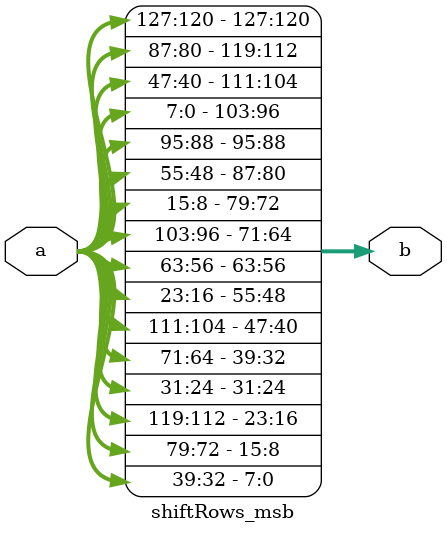
<source format=v>
module shiftRows_msb (
    input  wire [127:0] a,
    output wire [127:0] b
);
    genvar r, c;
    generate
        for (c = 0; c < 4; c = c + 1) begin : col_loop
            for (r = 0; r < 4; r = r + 1) begin : row_loop
                // Byte indices (0..15)
                localparam integer J_OUT = 4*c + r;
                localparam integer J_IN  = 4*((c + r) % 4) + r;

                // MSB-first indexing: byte j at [127 - 8*j -: 8]
                assign b[127 - 8*J_OUT -: 8] = a[127 - 8*J_IN -: 8];
            end
        end
    endgenerate
endmodule

</source>
